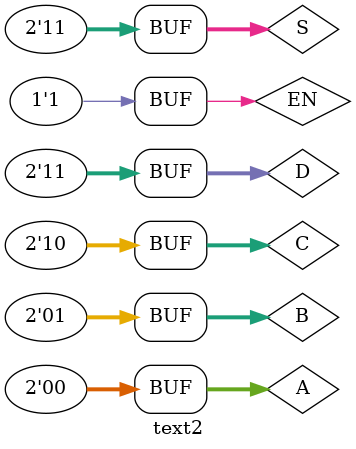
<source format=v>
`timescale 1ns / 1ps


module text2;

	// Inputs
	reg [1:0] A;
	reg [1:0] B;
	reg [1:0] C;
	reg [1:0] D;
	reg [1:0] S;
	reg EN;

	// Outputs
	wire [1:0] Y;

	// Instantiate the Unit Under Test (UUT)
	text_2 uut (
		.A(A), 
		.B(B), 
		.C(C), 
		.D(D), 
		.S(S), 
		.EN(EN), 
		.Y(Y)
	);

	initial begin
		// Initialize Inputs
		A[1] = 0;
		A[0]=0;
		B[1]= 0;
		B[0]=1;
		C[1] = 1;
		C[0]=0;
		D[1]= 1;
		D[0]=1;
		S = 0;
		EN = 0;

		// Wait 100 ns for global reset to finish
		#100;
        
		// Add stimulus here
		#100;
		EN=1;S[1]=0;S[0]=0;
		#100;
		EN=1;S[1]=0;S[0]=1;
		#100;
		EN=1;S[1]=1;S[0]=0;
      #100;
		EN=1;S[1]=1;S[0]=1;
	end
      
endmodule


</source>
